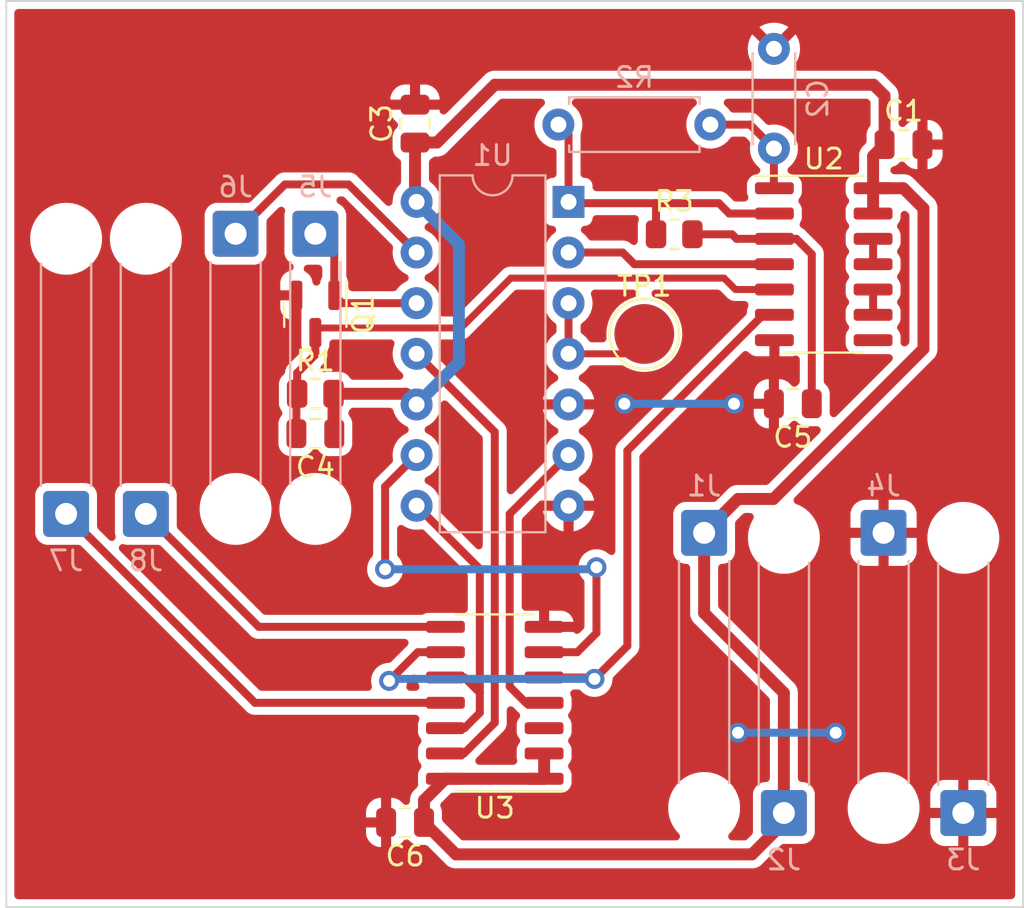
<source format=kicad_pcb>
(kicad_pcb (version 20211014) (generator pcbnew)
  (layers (0 "F.Cu" signal) (31 "B.Cu" signal) (34 "B.Paste" user) (35 "F.Paste" user) (36 "B.SilkS" user "B.Silkscreen") (37 "F.SilkS" user "F.Silkscreen") (38 "B.Mask" user) (39 "F.Mask" user) (44 "Edge.Cuts" user))
  (net 0 "")
  (net 1 "VCC")
  (net 2 "GND")
  (net 3 "Net-(C2-Pad1)")
  (net 4 "Net-(C4-Pad2)")
  (net 5 "Net-(C5-Pad1)")
  (net 6 "/sck_tx")
  (net 7 "/mosi_tx")
  (net 8 "/driver_in")
  (net 9 "/driver_ena")
  (net 10 "Net-(R2-Pad2)")
  (net 11 "/nlp")
  (net 12 "Net-(U1-Pad2)")
  (net 13 "/~{nlp}")
  (net 14 "Net-(U1-Pad8)")
  (net 15 "Net-(U1-Pad9)")
  (net 16 "/xor_tx")
  (net 17 "/tx_ena")
  (net 19 "Net-(U2-Pad10)")
  (net 20 "Net-(U2-Pad11)")
  (footprint "Package_SO:SOIC-14_3.9x8.7mm_P1.27mm" (layer "F.Cu") (at 103.5 127 180)
    (fp_text reference "U3" (at 0 -5.28) (layer "F.SilkS"))
    (fp_text value "74HC32")
    (fp_line (start 0 -4.435) (end -3.45 -4.435) (layer "F.SilkS") (width 0.12))
    (fp_line (start 0 4.435) (end 1.95 4.435) (layer "F.SilkS") (width 0.12))
    (fp_line (start 0 -4.435) (end 1.95 -4.435) (layer "F.SilkS") (width 0.12))
    (fp_line (start 0 4.435) (end -1.95 4.435) (layer "F.SilkS") (width 0.12))
    (pad "1" smd roundrect (at -2.475 -3.81 180) (size 1.95 0.6) (layers "F.Cu" "F.Paste" "F.Mask") (net 1 "VCC"))
    (pad "2" smd roundrect (at -2.475 -2.54 180) (size 1.95 0.6) (layers "F.Cu" "F.Paste" "F.Mask") (net 1 "VCC"))
    (pad "3" smd roundrect (at -2.475 -1.27 180) (size 1.95 0.6) (layers "F.Cu" "F.Paste" "F.Mask"))
    (pad "4" smd roundrect (at -2.475 0 180) (size 1.95 0.6) (layers "F.Cu" "F.Paste" "F.Mask") (net 13 "/~{nlp}"))
    (pad "5" smd roundrect (at -2.475 1.27 180) (size 1.95 0.6) (layers "F.Cu" "F.Paste" "F.Mask") (net 17 "/tx_ena"))
    (pad "6" smd roundrect (at -2.475 2.54 180) (size 1.95 0.6) (layers "F.Cu" "F.Paste" "F.Mask") (net 15 "Net-(U1-Pad9)"))
    (pad "7" smd roundrect (at -2.475 3.81 180) (size 1.95 0.6) (layers "F.Cu" "F.Paste" "F.Mask") (net 2 "GND"))
    (pad "8" smd roundrect (at 2.475 3.81 180) (size 1.95 0.6) (layers "F.Cu" "F.Paste" "F.Mask") (net 9 "/driver_ena"))
    (pad "9" smd roundrect (at 2.475 2.54 180) (size 1.95 0.6) (layers "F.Cu" "F.Paste" "F.Mask") (net 17 "/tx_ena"))
    (pad "10" smd roundrect (at 2.475 1.27 180) (size 1.95 0.6) (layers "F.Cu" "F.Paste" "F.Mask") (net 14 "Net-(U1-Pad8)"))
    (pad "11" smd roundrect (at 2.475 0 180) (size 1.95 0.6) (layers "F.Cu" "F.Paste" "F.Mask") (net 8 "/driver_in"))
    (pad "12" smd roundrect (at 2.475 -1.27 180) (size 1.95 0.6) (layers "F.Cu" "F.Paste" "F.Mask") (net 14 "Net-(U1-Pad8)"))
    (pad "13" smd roundrect (at 2.475 -2.54 180) (size 1.95 0.6) (layers "F.Cu" "F.Paste" "F.Mask") (net 16 "/xor_tx"))
    (pad "14" smd roundrect (at 2.475 -3.81 180) (size 1.95 0.6) (layers "F.Cu" "F.Paste" "F.Mask") (net 1 "VCC"))
  )
  (footprint "Package_SO:SOIC-14_3.9x8.7mm_P1.27mm" (layer "F.Cu") (at 120 105)
    (fp_text reference "U2" (at 0 -5.28) (layer "F.SilkS"))
    (fp_text value "74HC14")
    (fp_line (start 0 4.435) (end 1.95 4.435) (layer "F.SilkS") (width 0.12))
    (fp_line (start 0 -4.435) (end 1.95 -4.435) (layer "F.SilkS") (width 0.12))
    (fp_line (start 0 4.435) (end -1.95 4.435) (layer "F.SilkS") (width 0.12))
    (fp_line (start 0 -4.435) (end -3.45 -4.435) (layer "F.SilkS") (width 0.12))
    (pad "1" smd roundrect (at -2.475 -3.81) (size 1.95 0.6) (layers "F.Cu" "F.Paste" "F.Mask") (net 3 "Net-(C2-Pad1)"))
    (pad "2" smd roundrect (at -2.475 -2.54) (size 1.95 0.6) (layers "F.Cu" "F.Paste" "F.Mask") (net 10 "Net-(R2-Pad2)"))
    (pad "3" smd roundrect (at -2.475 -1.27) (size 1.95 0.6) (layers "F.Cu" "F.Paste" "F.Mask") (net 5 "Net-(C5-Pad1)"))
    (pad "4" smd roundrect (at -2.475 0) (size 1.95 0.6) (layers "F.Cu" "F.Paste" "F.Mask") (net 12 "Net-(U1-Pad2)"))
    (pad "5" smd roundrect (at -2.475 1.27) (size 1.95 0.6) (layers "F.Cu" "F.Paste" "F.Mask") (net 4 "Net-(C4-Pad2)"))
    (pad "6" smd roundrect (at -2.475 2.54) (size 1.95 0.6) (layers "F.Cu" "F.Paste" "F.Mask") (net 17 "/tx_ena"))
    (pad "7" smd roundrect (at -2.475 3.81) (size 1.95 0.6) (layers "F.Cu" "F.Paste" "F.Mask") (net 2 "GND"))
    (pad "8" smd roundrect (at 2.475 3.81) (size 1.95 0.6) (layers "F.Cu" "F.Paste" "F.Mask"))
    (pad "9" smd roundrect (at 2.475 2.54) (size 1.95 0.6) (layers "F.Cu" "F.Paste" "F.Mask") (net 19 "Net-(U2-Pad10)"))
    (pad "10" smd roundrect (at 2.475 1.27) (size 1.95 0.6) (layers "F.Cu" "F.Paste" "F.Mask") (net 19 "Net-(U2-Pad10)"))
    (pad "11" smd roundrect (at 2.475 0) (size 1.95 0.6) (layers "F.Cu" "F.Paste" "F.Mask") (net 20 "Net-(U2-Pad11)"))
    (pad "12" smd roundrect (at 2.475 -1.27) (size 1.95 0.6) (layers "F.Cu" "F.Paste" "F.Mask") (net 20 "Net-(U2-Pad11)"))
    (pad "13" smd roundrect (at 2.475 -2.54) (size 1.95 0.6) (layers "F.Cu" "F.Paste" "F.Mask") (net 1 "VCC"))
    (pad "14" smd roundrect (at 2.475 -3.81) (size 1.95 0.6) (layers "F.Cu" "F.Paste" "F.Mask") (net 1 "VCC"))
  )
  (footprint "Resistor_SMD:R_0805_2012Metric" (layer "F.Cu") (at 94.5 111.5)
    (fp_text reference "R1" (at 0 -1.65) (layer "F.SilkS"))
    (fp_text value "560")
    (fp_line (start -0.227064 -0.735) (end 0.227064 -0.735) (layer "F.SilkS") (width 0.12))
    (fp_line (start -0.227064 0.735) (end 0.227064 0.735) (layer "F.SilkS") (width 0.12))
    (pad "1" smd roundrect (at -0.9125 0) (size 1.025 1.4) (layers "F.Cu" "F.Paste" "F.Mask") (roundrect_rratio 0.243902439) (net 4 "Net-(C4-Pad2)"))
    (pad "2" smd roundrect (at 0.9125 0) (size 1.025 1.4) (layers "F.Cu" "F.Paste" "F.Mask") (roundrect_rratio 0.243902439) (net 1 "VCC"))
  )
  (footprint "TestPoint:TestPoint_Pad_D3.0mm" (layer "F.Cu") (at 111 108.5)
    (fp_text reference "TP1" (at 0 -2.398) (layer "F.SilkS"))
    (fp_text value "nlp")
    (fp_circle (center 0 0) (end 0 1.75) (layer "F.SilkS") (width 0.12) (fill none))
    (pad "1" smd circle (at 0 0) (size 3 3) (layers "F.Cu" "F.Mask") (net 11 "/nlp"))
  )
  (footprint "Capacitor_SMD:C_0805_2012Metric" (layer "F.Cu") (at 124 99)
    (fp_text reference "C1" (at 0 -1.68) (layer "F.SilkS"))
    (fp_text value "0.1")
    (fp_line (start -0.261252 0.735) (end 0.261252 0.735) (layer "F.SilkS") (width 0.12))
    (fp_line (start -0.261252 -0.735) (end 0.261252 -0.735) (layer "F.SilkS") (width 0.12))
    (pad "1" smd roundrect (at -0.95 0) (size 1 1.45) (layers "F.Cu" "F.Paste" "F.Mask") (net 1 "VCC"))
    (pad "2" smd roundrect (at 0.95 0) (size 1 1.45) (layers "F.Cu" "F.Paste" "F.Mask") (net 2 "GND"))
  )
  (footprint "Capacitor_SMD:C_0805_2012Metric" (layer "F.Cu") (at 99 133 180)
    (fp_text reference "C6" (at 0 -1.68) (layer "F.SilkS"))
    (fp_text value "0.1")
    (fp_line (start -0.261252 0.735) (end 0.261252 0.735) (layer "F.SilkS") (width 0.12))
    (fp_line (start -0.261252 -0.735) (end 0.261252 -0.735) (layer "F.SilkS") (width 0.12))
    (pad "1" smd roundrect (at -0.95 0 180) (size 1 1.45) (layers "F.Cu" "F.Paste" "F.Mask") (net 1 "VCC"))
    (pad "2" smd roundrect (at 0.95 0 180) (size 1 1.45) (layers "F.Cu" "F.Paste" "F.Mask") (net 2 "GND"))
  )
  (footprint "Resistor_SMD:R_0805_2012Metric" (layer "F.Cu") (at 112.5 103.5)
    (fp_text reference "R3" (at 0 -1.65) (layer "F.SilkS"))
    (fp_text value "560")
    (fp_line (start -0.227064 -0.735) (end 0.227064 -0.735) (layer "F.SilkS") (width 0.12))
    (fp_line (start -0.227064 0.735) (end 0.227064 0.735) (layer "F.SilkS") (width 0.12))
    (pad "1" smd roundrect (at -0.9125 0) (size 1.025 1.4) (layers "F.Cu" "F.Paste" "F.Mask") (roundrect_rratio 0.243902439) (net 10 "Net-(R2-Pad2)"))
    (pad "2" smd roundrect (at 0.9125 0) (size 1.025 1.4) (layers "F.Cu" "F.Paste" "F.Mask") (roundrect_rratio 0.243902439) (net 5 "Net-(C5-Pad1)"))
  )
  (footprint "Package_TO_SOT_SMD:SOT-23" (layer "F.Cu") (at 94.5 107.5 -90)
    (fp_text reference "Q1" (at 0 -2.4 90) (layer "F.SilkS"))
    (fp_text value "2N7002")
    (fp_line (start 0 1.56) (end -0.65 1.56) (layer "F.SilkS") (width 0.12))
    (fp_line (start 0 -1.56) (end 0.65 -1.56) (layer "F.SilkS") (width 0.12))
    (fp_line (start 0 1.56) (end 0.65 1.56) (layer "F.SilkS") (width 0.12))
    (fp_line (start 0 -1.56) (end -1.675 -1.56) (layer "F.SilkS") (width 0.12))
    (pad "1" smd roundrect (at -0.9375 -0.95 270) (size 1.475 0.6) (layers "F.Cu" "F.Paste" "F.Mask") (net 6 "/sck_tx"))
    (pad "2" smd roundrect (at -0.9375 0.95 270) (size 1.475 0.6) (layers "F.Cu" "F.Paste" "F.Mask") (net 2 "GND"))
    (pad "3" smd roundrect (at 0.9375 0 270) (size 1.475 0.6) (layers "F.Cu" "F.Paste" "F.Mask") (net 4 "Net-(C4-Pad2)"))
  )
  (footprint "Capacitor_SMD:C_0805_2012Metric" (layer "F.Cu") (at 99.5 97.95 90)
    (fp_text reference "C3" (at 0 -1.68 90) (layer "F.SilkS"))
    (fp_text value "0.1")
    (fp_line (start -0.261252 -0.735) (end 0.261252 -0.735) (layer "F.SilkS") (width 0.12))
    (fp_line (start -0.261252 0.735) (end 0.261252 0.735) (layer "F.SilkS") (width 0.12))
    (pad "1" smd roundrect (at -0.95 0 90) (size 1 1.45) (layers "F.Cu" "F.Paste" "F.Mask") (net 1 "VCC"))
    (pad "2" smd roundrect (at 0.95 0 90) (size 1 1.45) (layers "F.Cu" "F.Paste" "F.Mask") (net 2 "GND"))
  )
  (footprint "Capacitor_SMD:C_0805_2012Metric" (layer "F.Cu") (at 94.5 113.5 180)
    (fp_text reference "C4" (at 0 -1.68) (layer "F.SilkS"))
    (fp_text value "200")
    (fp_line (start -0.261252 0.735) (end 0.261252 0.735) (layer "F.SilkS") (width 0.12))
    (fp_line (start -0.261252 -0.735) (end 0.261252 -0.735) (layer "F.SilkS") (width 0.12))
    (pad "1" smd roundrect (at -0.95 0 180) (size 1 1.45) (layers "F.Cu" "F.Paste" "F.Mask") (net 1 "VCC"))
    (pad "2" smd roundrect (at 0.95 0 180) (size 1 1.45) (layers "F.Cu" "F.Paste" "F.Mask") (net 4 "Net-(C4-Pad2)"))
  )
  (footprint "Capacitor_SMD:C_0805_2012Metric" (layer "F.Cu") (at 118.45 112 180)
    (fp_text reference "C5" (at 0 -1.68) (layer "F.SilkS"))
    (fp_text value "200")
    (fp_line (start -0.261252 -0.735) (end 0.261252 -0.735) (layer "F.SilkS") (width 0.12))
    (fp_line (start -0.261252 0.735) (end 0.261252 0.735) (layer "F.SilkS") (width 0.12))
    (pad "1" smd roundrect (at -0.95 0 180) (size 1 1.45) (layers "F.Cu" "F.Paste" "F.Mask") (net 5 "Net-(C5-Pad1)"))
    (pad "2" smd roundrect (at 0.95 0 180) (size 1 1.45) (layers "F.Cu" "F.Paste" "F.Mask") (net 2 "GND"))
  )
  (footprint "Connector_Wire:SolderWire-0.5sqmm_1x01_D0.9mm_OD2.3mm_Relief" (layer "B.Cu") (at 86 117.525)
    (fp_text reference "J8" (at 0 2.35) (layer "B.SilkS") (effects (justify mirror)))
    (fp_text value "driver_ena")
    (fp_line (start 1.26 -1.41) (end 1.26 -12.54) (layer "B.SilkS") (width 0.12))
    (fp_line (start -1.26 -1.41) (end -1.26 -12.54) (layer "B.SilkS") (width 0.12))
    (pad "" np_thru_hole circle (at 0 -13.8) (size 2.8 2.8) (drill 2.8) (layers *.Cu *.Mask))
    (pad "1" thru_hole roundrect (at 0 0) (size 2.3 2.3) (drill 1.1) (layers *.Cu *.Mask) (roundrect_rratio 0.108696087) (net 9 "/driver_ena"))
  )
  (footprint "Connector_Wire:SolderWire-0.5sqmm_1x01_D0.9mm_OD2.3mm_Relief" (layer "B.Cu") (at 118 132.525)
    (fp_text reference "J2" (at 0 2.35) (layer "B.SilkS") (effects (justify mirror)))
    (fp_text value "VCC")
    (fp_line (start -1.26 -1.41) (end -1.26 -12.54) (layer "B.SilkS") (width 0.12))
    (fp_line (start 1.26 -1.41) (end 1.26 -12.54) (layer "B.SilkS") (width 0.12))
    (pad "" np_thru_hole circle (at 0 -13.8) (size 2.8 2.8) (drill 2.8) (layers *.Cu *.Mask))
    (pad "1" thru_hole roundrect (at 0 0) (size 2.3 2.3) (drill 1.1) (layers *.Cu *.Mask) (roundrect_rratio 0.108696087) (net 1 "VCC"))
  )
  (footprint "Connector_Wire:SolderWire-0.5sqmm_1x01_D0.9mm_OD2.3mm_Relief" (layer "B.Cu") (at 82 117.525)
    (fp_text reference "J7" (at 0 2.35) (layer "B.SilkS") (effects (justify mirror)))
    (fp_text value "driver_in")
    (fp_line (start -1.26 -1.41) (end -1.26 -12.54) (layer "B.SilkS") (width 0.12))
    (fp_line (start 1.26 -1.41) (end 1.26 -12.54) (layer "B.SilkS") (width 0.12))
    (pad "" np_thru_hole circle (at 0 -13.8) (size 2.8 2.8) (drill 2.8) (layers *.Cu *.Mask))
    (pad "1" thru_hole roundrect (at 0 0) (size 2.3 2.3) (drill 1.1) (layers *.Cu *.Mask) (roundrect_rratio 0.108696087) (net 8 "/driver_in"))
  )
  (footprint "Package_DIP:DIP-14_W7.62mm" (layer "B.Cu") (at 107.2 101.875 180)
    (fp_text reference "U1" (at 3.81 2.33) (layer "B.SilkS") (effects (justify mirror)))
    (fp_text value "74HCT86")
    (fp_line (start 2.81 1.33) (end 1.16 1.33) (layer "B.SilkS") (width 0.12))
    (fp_line (start 6.46 -16.57) (end 6.46 1.33) (layer "B.SilkS") (width 0.12))
    (fp_line (start 1.16 -16.57) (end 6.46 -16.57) (layer "B.SilkS") (width 0.12))
    (fp_line (start 6.46 1.33) (end 4.81 1.33) (layer "B.SilkS") (width 0.12))
    (fp_line (start 1.16 1.33) (end 1.16 -16.57) (layer "B.SilkS") (width 0.12))
    (fp_arc (start 2.81 1.33) (mid 3.81 0.33) (end 4.81 1.33) (layer "B.SilkS") (width 0.12))
    (pad "1" thru_hole rect (at 0 0 180) (size 1.6 1.6) (drill 0.8) (layers *.Cu *.Mask) (net 10 "Net-(R2-Pad2)"))
    (pad "2" thru_hole oval (at 0 -2.54 180) (size 1.6 1.6) (drill 0.8) (layers *.Cu *.Mask) (net 12 "Net-(U1-Pad2)"))
    (pad "3" thru_hole oval (at 0 -5.08 180) (size 1.6 1.6) (drill 0.8) (layers *.Cu *.Mask) (net 11 "/nlp"))
    (pad "4" thru_hole oval (at 0 -7.62 180) (size 1.6 1.6) (drill 0.8) (layers *.Cu *.Mask) (net 11 "/nlp"))
    (pad "5" thru_hole oval (at 0 -10.16 180) (size 1.6 1.6) (drill 0.8) (layers *.Cu *.Mask) (net 2 "GND"))
    (pad "6" thru_hole oval (at 0 -12.7 180) (size 1.6 1.6) (drill 0.8) (layers *.Cu *.Mask) (net 13 "/~{nlp}"))
    (pad "7" thru_hole oval (at 0 -15.24 180) (size 1.6 1.6) (drill 0.8) (layers *.Cu *.Mask) (net 2 "GND"))
    (pad "8" thru_hole oval (at 7.62 -15.24 180) (size 1.6 1.6) (drill 0.8) (layers *.Cu *.Mask) (net 14 "Net-(U1-Pad8)"))
    (pad "9" thru_hole oval (at 7.62 -12.7 180) (size 1.6 1.6) (drill 0.8) (layers *.Cu *.Mask) (net 15 "Net-(U1-Pad9)"))
    (pad "10" thru_hole oval (at 7.62 -10.16 180) (size 1.6 1.6) (drill 0.8) (layers *.Cu *.Mask) (net 1 "VCC"))
    (pad "11" thru_hole oval (at 7.62 -7.62 180) (size 1.6 1.6) (drill 0.8) (layers *.Cu *.Mask) (net 16 "/xor_tx"))
    (pad "12" thru_hole oval (at 7.62 -5.08 180) (size 1.6 1.6) (drill 0.8) (layers *.Cu *.Mask) (net 6 "/sck_tx"))
    (pad "13" thru_hole oval (at 7.62 -2.54 180) (size 1.6 1.6) (drill 0.8) (layers *.Cu *.Mask) (net 7 "/mosi_tx"))
    (pad "14" thru_hole oval (at 7.62 0 180) (size 1.6 1.6) (drill 0.8) (layers *.Cu *.Mask) (net 1 "VCC"))
  )
  (footprint "Connector_Wire:SolderWire-0.5sqmm_1x01_D0.9mm_OD2.3mm_Relief" (layer "B.Cu") (at 123 118.475 180)
    (fp_text reference "J4" (at 0 2.35) (layer "B.SilkS") (effects (justify mirror)))
    (fp_text value "GND")
    (fp_line (start -1.26 -1.41) (end -1.26 -12.54) (layer "B.SilkS") (width 0.12))
    (fp_line (start 1.26 -1.41) (end 1.26 -12.54) (layer "B.SilkS") (width 0.12))
    (pad "" np_thru_hole circle (at 0 -13.8 180) (size 2.8 2.8) (drill 2.8) (layers *.Cu *.Mask))
    (pad "1" thru_hole roundrect (at 0 0 180) (size 2.3 2.3) (drill 1.1) (layers *.Cu *.Mask) (roundrect_rratio 0.108696087) (net 2 "GND"))
  )
  (footprint "Resistor_THT:R_Axial_DIN0207_L6.3mm_D2.5mm_P7.62mm_Horizontal" (layer "B.Cu") (at 114.31 98 180)
    (fp_text reference "R2" (at 3.81 2.37) (layer "B.SilkS") (effects (justify mirror)))
    (fp_text value "500k")
    (fp_line (start 0.54 1.37) (end 7.08 1.37) (layer "B.SilkS") (width 0.12))
    (fp_line (start 0.54 1.04) (end 0.54 1.37) (layer "B.SilkS") (width 0.12))
    (fp_line (start 0.54 -1.37) (end 7.08 -1.37) (layer "B.SilkS") (width 0.12))
    (fp_line (start 0.54 -1.04) (end 0.54 -1.37) (layer "B.SilkS") (width 0.12))
    (fp_line (start 7.08 1.37) (end 7.08 1.04) (layer "B.SilkS") (width 0.12))
    (fp_line (start 7.08 -1.37) (end 7.08 -1.04) (layer "B.SilkS") (width 0.12))
    (pad "1" thru_hole circle (at 0 0 180) (size 1.6 1.6) (drill 0.8) (layers *.Cu *.Mask) (net 3 "Net-(C2-Pad1)"))
    (pad "2" thru_hole oval (at 7.62 0 180) (size 1.6 1.6) (drill 0.8) (layers *.Cu *.Mask) (net 10 "Net-(R2-Pad2)"))
  )
  (footprint "Connector_Wire:SolderWire-0.5sqmm_1x01_D0.9mm_OD2.3mm_Relief" (layer "B.Cu") (at 90.5 103.475 180)
    (fp_text reference "J6" (at 0 2.35) (layer "B.SilkS") (effects (justify mirror)))
    (fp_text value "mosi_tx")
    (fp_line (start 1.26 -1.41) (end 1.26 -12.54) (layer "B.SilkS") (width 0.12))
    (fp_line (start -1.26 -1.41) (end -1.26 -12.54) (layer "B.SilkS") (width 0.12))
    (pad "" np_thru_hole circle (at 0 -13.8 180) (size 2.8 2.8) (drill 2.8) (layers *.Cu *.Mask))
    (pad "1" thru_hole roundrect (at 0 0 180) (size 2.3 2.3) (drill 1.1) (layers *.Cu *.Mask) (roundrect_rratio 0.108696087) (net 7 "/mosi_tx"))
  )
  (footprint "Connector_Wire:SolderWire-0.5sqmm_1x01_D0.9mm_OD2.3mm_Relief" (layer "B.Cu") (at 94.5 103.475 180)
    (fp_text reference "J5" (at 0 2.35) (layer "B.SilkS") (effects (justify mirror)))
    (fp_text value "sck_tx")
    (fp_line (start 1.26 -1.41) (end 1.26 -12.54) (layer "B.SilkS") (width 0.12))
    (fp_line (start -1.26 -1.41) (end -1.26 -12.54) (layer "B.SilkS") (width 0.12))
    (pad "" np_thru_hole circle (at 0 -13.8 180) (size 2.8 2.8) (drill 2.8) (layers *.Cu *.Mask))
    (pad "1" thru_hole roundrect (at 0 0 180) (size 2.3 2.3) (drill 1.1) (layers *.Cu *.Mask) (roundrect_rratio 0.108696087) (net 6 "/sck_tx"))
  )
  (footprint "Capacitor_THT:C_Disc_D4.3mm_W1.9mm_P5.00mm" (layer "B.Cu") (at 117.5 99.2 90)
    (fp_text reference "C2" (at 2.5 2.2 90) (layer "B.SilkS") (effects (justify mirror)))
    (fp_text value "0.1")
    (fp_line (start 0.23 -1.055) (end 0.23 -1.07) (layer "B.SilkS") (width 0.12))
    (fp_line (start 4.77 1.07) (end 4.77 1.055) (layer "B.SilkS") (width 0.12))
    (fp_line (start 4.77 -1.055) (end 4.77 -1.07) (layer "B.SilkS") (width 0.12))
    (fp_line (start 0.23 1.07) (end 0.23 1.055) (layer "B.SilkS") (width 0.12))
    (fp_line (start 0.23 1.07) (end 4.77 1.07) (layer "B.SilkS") (width 0.12))
    (fp_line (start 0.23 -1.07) (end 4.77 -1.07) (layer "B.SilkS") (width 0.12))
    (pad "1" thru_hole circle (at 0 0 90) (size 1.6 1.6) (drill 0.8) (layers *.Cu *.Mask) (net 3 "Net-(C2-Pad1)"))
    (pad "2" thru_hole circle (at 5 0 90) (size 1.6 1.6) (drill 0.8) (layers *.Cu *.Mask) (net 2 "GND"))
  )
  (footprint "Connector_Wire:SolderWire-0.5sqmm_1x01_D0.9mm_OD2.3mm_Relief" (layer "B.Cu") (at 114 118.475 180)
    (fp_text reference "J1" (at 0 2.35) (layer "B.SilkS") (effects (justify mirror)))
    (fp_text value "VCC")
    (fp_line (start -1.26 -1.41) (end -1.26 -12.54) (layer "B.SilkS") (width 0.12))
    (fp_line (start 1.26 -1.41) (end 1.26 -12.54) (layer "B.SilkS") (width 0.12))
    (pad "" np_thru_hole circle (at 0 -13.8 180) (size 2.8 2.8) (drill 2.8) (layers *.Cu *.Mask))
    (pad "1" thru_hole roundrect (at 0 0 180) (size 2.3 2.3) (drill 1.1) (layers *.Cu *.Mask) (roundrect_rratio 0.108696087) (net 1 "VCC"))
  )
  (footprint "Connector_Wire:SolderWire-0.5sqmm_1x01_D0.9mm_OD2.3mm_Relief" (layer "B.Cu") (at 127 132.525)
    (fp_text reference "J3" (at 0 2.35) (layer "B.SilkS") (effects (justify mirror)))
    (fp_text value "GND")
    (fp_line (start 1.26 -1.41) (end 1.26 -12.54) (layer "B.SilkS") (width 0.12))
    (fp_line (start -1.26 -1.41) (end -1.26 -12.54) (layer "B.SilkS") (width 0.12))
    (pad "" np_thru_hole circle (at 0 -13.8) (size 2.8 2.8) (drill 2.8) (layers *.Cu *.Mask))
    (pad "1" thru_hole roundrect (at 0 0) (size 2.3 2.3) (drill 1.1) (layers *.Cu *.Mask) (roundrect_rratio 0.108696087) (net 2 "GND"))
  )
  (gr_rect (start 130 137.25) (end 79 91.8) (layer "Edge.Cuts") (width 0.1) (fill none))
  (segment (start 105.975 130.81) (end 103.19 130.81) (width 0.6) (layer "F.Cu") (net 1))
  (segment (start 123.99 101.19) (end 122.475 101.19) (width 0.6) (layer "F.Cu") (net 1))
  (segment (start 99.95 131.885) (end 101.025 130.81) (width 0.6) (layer "F.Cu") (net 1))
  (segment (start 122.475 101.19) (end 122.475 99.575) (width 0.6) (layer "F.Cu") (net 1))
  (segment (start 95.4125 111.5) (end 95.4125 113.4625) (width 0.6) (layer "F.Cu") (net 1))
  (segment (start 99.5 101.795) (end 99.58 101.875) (width 0.6) (layer "F.Cu") (net 1))
  (segment (start 125 102.2) (end 123.99 101.19) (width 0.6) (layer "F.Cu") (net 1))
  (segment (start 122.5 96) (end 103.5 96) (width 0.6) (layer "F.Cu") (net 1))
  (segment (start 95.4125 113.4625) (end 95.45 113.5) (width 0.6) (layer "F.Cu") (net 1))
  (segment (start 114 118.475) (end 115.700001 116.774999) (width 0.6) (layer "F.Cu") (net 1))
  (segment (start 118 126.5) (end 114 122.5) (width 0.6) (layer "F.Cu") (net 1))
  (segment (start 100.6 98.9) (end 99.5 98.9) (width 0.6) (layer "F.Cu") (net 1))
  (segment (start 123.05 99) (end 123.05 96.55) (width 0.6) (layer "F.Cu") (net 1))
  (segment (start 103.5 96) (end 100.6 98.9) (width 0.6) (layer "F.Cu") (net 1))
  (segment (start 101.025 130.81) (end 103.19 130.81) (width 0.6) (layer "F.Cu") (net 1))
  (segment (start 105.975 129.54) (end 105.975 130.81) (width 0.6) (layer "F.Cu") (net 1))
  (segment (start 95.4125 111.5) (end 99.045 111.5) (width 0.6) (layer "F.Cu") (net 1))
  (segment (start 99.95 133) (end 99.95 131.885) (width 0.6) (layer "F.Cu") (net 1))
  (segment (start 118 132.525) (end 118 133) (width 0.6) (layer "F.Cu") (net 1))
  (segment (start 99.045 111.5) (end 99.58 112.035) (width 0.6) (layer "F.Cu") (net 1))
  (segment (start 123.05 96.55) (end 122.5 96) (width 0.6) (layer "F.Cu") (net 1))
  (segment (start 122.475 99.575) (end 123.05 99) (width 0.6) (layer "F.Cu") (net 1))
  (segment (start 99.5 98.9) (end 99.5 101.795) (width 0.6) (layer "F.Cu") (net 1))
  (segment (start 101.55 134.6) (end 99.95 133) (width 0.6) (layer "F.Cu") (net 1))
  (segment (start 118 133) (end 116.4 134.6) (width 0.6) (layer "F.Cu") (net 1))
  (segment (start 118 132.525) (end 118 126.5) (width 0.6) (layer "F.Cu") (net 1))
  (segment (start 117.475001 116.774999) (end 125 109.25) (width 0.6) (layer "F.Cu") (net 1))
  (segment (start 115.700001 116.774999) (end 117.475001 116.774999) (width 0.6) (layer "F.Cu") (net 1))
  (segment (start 114 122.5) (end 114 118.475) (width 0.6) (layer "F.Cu") (net 1))
  (segment (start 116.4 134.6) (end 101.55 134.6) (width 0.6) (layer "F.Cu") (net 1))
  (segment (start 125 109.25) (end 125 102.2) (width 0.6) (layer "F.Cu") (net 1))
  (segment (start 122.475 102.46) (end 122.475 101.19) (width 0.6) (layer "F.Cu") (net 1))
  (segment (start 101.7 109.915) (end 101.7 103.995) (width 0.6) (layer "B.Cu") (net 1))
  (segment (start 114 118.475) (end 113.64 118.475) (width 0.6) (layer "B.Cu") (net 1))
  (segment (start 99.58 112.035) (end 101.7 109.915) (width 0.6) (layer "B.Cu") (net 1))
  (segment (start 101.7 103.995) (end 99.58 101.875) (width 0.6) (layer "B.Cu") (net 1))
  (segment (start 117.5 112) (end 115.5 112) (width 0.4) (layer "F.Cu") (net 2))
  (segment (start 123 126.1) (end 120.6 128.5) (width 0.4) (layer "F.Cu") (net 2))
  (segment (start 123 118.475) (end 123 126.1) (width 0.4) (layer "F.Cu") (net 2))
  (via (at 115.5 112) (size 1) (drill 0.6) (layers "F.Cu" "B.Cu") (net 2))
  (via (at 115.7 128.5) (size 1) (drill 0.6) (layers "F.Cu" "B.Cu") (net 2))
  (via (at 110 112) (size 1) (drill 0.6) (layers "F.Cu" "B.Cu") (net 2))
  (via (at 120.6 128.5) (size 1) (drill 0.6) (layers "F.Cu" "B.Cu") (net 2))
  (segment (start 120.6 128.5) (end 115.7 128.5) (width 0.4) (layer "B.Cu") (net 2))
  (segment (start 115.5 112) (end 110 112) (width 0.4) (layer "B.Cu") (net 2))
  (segment (start 117.5 99.2) (end 117.5 101.165) (width 0.4) (layer "F.Cu") (net 3))
  (segment (start 114.31 98) (end 116.3 98) (width 0.4) (layer "F.Cu") (net 3))
  (segment (start 116.3 98) (end 117.5 99.2) (width 0.4) (layer "F.Cu") (net 3))
  (segment (start 117.5 101.165) (end 117.525 101.19) (width 0.4) (layer "F.Cu") (net 3))
  (segment (start 104.3 105.7) (end 101.8 108.2) (width 0.35) (layer "F.Cu") (net 4))
  (segment (start 115.57 106.27) (end 115 105.7) (width 0.35) (layer "F.Cu") (net 4))
  (segment (start 117.525 106.27) (end 115.57 106.27) (width 0.35) (layer "F.Cu") (net 4))
  (segment (start 93.55 113.5) (end 93.55 111.5375) (width 0.4) (layer "F.Cu") (net 4))
  (segment (start 115 105.7) (end 104.3 105.7) (width 0.35) (layer "F.Cu") (net 4))
  (segment (start 93.5875 110.45625) (end 93.5875 111.5) (width 0.4) (layer "F.Cu") (net 4))
  (segment (start 93.55 111.5375) (end 93.5875 111.5) (width 0.4) (layer "F.Cu") (net 4))
  (segment (start 94.5 108.4375) (end 94.5 109.54375) (width 0.4) (layer "F.Cu") (net 4))
  (segment (start 94.7375 108.2) (end 94.5 108.4375) (width 0.35) (layer "F.Cu") (net 4))
  (segment (start 94.5 109.54375) (end 93.5875 110.45625) (width 0.4) (layer "F.Cu") (net 4))
  (segment (start 101.8 108.2) (end 94.7375 108.2) (width 0.35) (layer "F.Cu") (net 4))
  (segment (start 115.63 103.73) (end 117.525 103.73) (width 0.4) (layer "F.Cu") (net 5))
  (segment (start 118.63 103.73) (end 119.4 104.5) (width 0.4) (layer "F.Cu") (net 5))
  (segment (start 117.525 103.73) (end 118.63 103.73) (width 0.4) (layer "F.Cu") (net 5))
  (segment (start 119.4 104.5) (end 119.4 112) (width 0.4) (layer "F.Cu") (net 5))
  (segment (start 113.4125 103.5) (end 115.4 103.5) (width 0.4) (layer "F.Cu") (net 5))
  (segment (start 115.4 103.5) (end 115.63 103.73) (width 0.4) (layer "F.Cu") (net 5))
  (segment (start 95.8425 106.955) (end 99.58 106.955) (width 0.4) (layer "F.Cu") (net 6))
  (segment (start 95.45 104.425) (end 94.5 103.475) (width 0.4) (layer "F.Cu") (net 6))
  (segment (start 95.45 106.5625) (end 95.45 104.425) (width 0.4) (layer "F.Cu") (net 6))
  (segment (start 95.45 106.5625) (end 95.8425 106.955) (width 0.4) (layer "F.Cu") (net 6))
  (segment (start 96.165 101) (end 99.58 104.415) (width 0.4) (layer "F.Cu") (net 7))
  (segment (start 90.5 103.475) (end 92.975 101) (width 0.4) (layer "F.Cu") (net 7))
  (segment (start 92.975 101) (end 96.165 101) (width 0.4) (layer "F.Cu") (net 7))
  (segment (start 91.475 127) (end 82 117.525) (width 0.4) (layer "F.Cu") (net 8))
  (segment (start 101.025 127) (end 91.475 127) (width 0.4) (layer "F.Cu") (net 8))
  (segment (start 91.665 123.19) (end 86 117.525) (width 0.4) (layer "F.Cu") (net 9))
  (segment (start 101.025 123.19) (end 91.665 123.19) (width 0.4) (layer "F.Cu") (net 9))
  (segment (start 115.26 102.46) (end 117.525 102.46) (width 0.4) (layer "F.Cu") (net 10))
  (segment (start 107.265 101.94) (end 111.54 101.94) (width 0.4) (layer "F.Cu") (net 10))
  (segment (start 111.54 101.94) (end 114.74 101.94) (width 0.4) (layer "F.Cu") (net 10))
  (segment (start 114.74 101.94) (end 115.26 102.46) (width 0.4) (layer "F.Cu") (net 10))
  (segment (start 107.2 101.875) (end 107.265 101.94) (width 0.4) (layer "F.Cu") (net 10))
  (segment (start 111.5875 103.5) (end 111.5875 101.9875) (width 0.4) (layer "F.Cu") (net 10))
  (segment (start 107.2 101.875) (end 107.2 98.51) (width 0.4) (layer "F.Cu") (net 10))
  (segment (start 107.2 98.51) (end 106.69 98) (width 0.4) (layer "F.Cu") (net 10))
  (segment (start 111.5875 101.9875) (end 111.54 101.94) (width 0.4) (layer "F.Cu") (net 10))
  (segment (start 107.2 109.495) (end 110.005 109.495) (width 0.35) (layer "F.Cu") (net 11))
  (segment (start 107.2 109.495) (end 107.2 106.955) (width 0.4) (layer "F.Cu") (net 11))
  (segment (start 110.005 109.495) (end 111 108.5) (width 0.35) (layer "F.Cu") (net 11))
  (segment (start 109.915 104.415) (end 110.5 105) (width 0.4) (layer "F.Cu") (net 12))
  (segment (start 107.2 104.415) (end 109.915 104.415) (width 0.4) (layer "F.Cu") (net 12))
  (segment (start 110.5 105) (end 117.525 105) (width 0.4) (layer "F.Cu") (net 12))
  (segment (start 104.25 126.189264) (end 104.25 117.525) (width 0.4) (layer "F.Cu") (net 13))
  (segment (start 105.060736 127) (end 104.25 126.189264) (width 0.4) (layer "F.Cu") (net 13))
  (segment (start 105.975 127) (end 105.060736 127) (width 0.4) (layer "F.Cu") (net 13))
  (segment (start 104.25 117.525) (end 107.2 114.575) (width 0.4) (layer "F.Cu") (net 13))
  (segment (start 102.75 126.5) (end 101.98 125.73) (width 0.4) (layer "F.Cu") (net 14))
  (segment (start 101.98 128.27) (end 102.75 127.5) (width 0.4) (layer "F.Cu") (net 14))
  (segment (start 102.75 127.5) (end 102.75 126.5) (width 0.4) (layer "F.Cu") (net 14))
  (segment (start 101.025 128.27) (end 101.98 128.27) (width 0.4) (layer "F.Cu") (net 14))
  (segment (start 99.58 117.115) (end 102.75 120.285) (width 0.4) (layer "F.Cu") (net 14))
  (segment (start 101.98 125.73) (end 101.025 125.73) (width 0.4) (layer "F.Cu") (net 14))
  (segment (start 102.75 120.285) (end 102.75 126.5) (width 0.4) (layer "F.Cu") (net 14))
  (segment (start 98 116.155) (end 98 120.3) (width 0.4) (layer "F.Cu") (net 15))
  (segment (start 108.6 123.5) (end 107.64 124.46) (width 0.4) (layer "F.Cu") (net 15))
  (segment (start 99.58 114.575) (end 98 116.155) (width 0.4) (layer "F.Cu") (net 15))
  (segment (start 108.6 120.2) (end 108.6 123.5) (width 0.4) (layer "F.Cu") (net 15))
  (segment (start 107.64 124.46) (end 105.975 124.46) (width 0.4) (layer "F.Cu") (net 15))
  (via (at 108.6 120.2) (size 1) (drill 0.6) (layers "F.Cu" "B.Cu") (net 15))
  (via (at 98 120.3) (size 1) (drill 0.6) (layers "F.Cu" "B.Cu") (net 15))
  (segment (start 98 120.3) (end 108.5 120.3) (width 0.4) (layer "B.Cu") (net 15))
  (segment (start 108.5 120.3) (end 108.6 120.2) (width 0.4) (layer "B.Cu") (net 15))
  (segment (start 103.5 128) (end 101.96 129.54) (width 0.4) (layer "F.Cu") (net 16))
  (segment (start 103.5 113.415) (end 103.5 128) (width 0.4) (layer "F.Cu") (net 16))
  (segment (start 101.96 129.54) (end 101.025 129.54) (width 0.4) (layer "F.Cu") (net 16))
  (segment (start 99.58 109.495) (end 103.5 113.415) (width 0.4) (layer "F.Cu") (net 16))
  (segment (start 110.15 114.35) (end 116.96 107.54) (width 0.4) (layer "F.Cu") (net 17))
  (segment (start 108.43 125.73) (end 108.5 125.8) (width 0.4) (layer "F.Cu") (net 17))
  (segment (start 99.64 124.46) (end 98.2 125.9) (width 0.4) (layer "F.Cu") (net 17))
  (segment (start 116.96 107.54) (end 117.525 107.54) (width 0.4) (layer "F.Cu") (net 17))
  (segment (start 101.025 124.46) (end 99.64 124.46) (width 0.4) (layer "F.Cu") (net 17))
  (segment (start 108.5 125.8) (end 110.15 124.15) (width 0.4) (layer "F.Cu") (net 17))
  (segment (start 110.15 124.15) (end 110.15 114.35) (width 0.4) (layer "F.Cu") (net 17))
  (segment (start 105.975 125.73) (end 108.43 125.73) (width 0.4) (layer "F.Cu") (net 17))
  (via (at 108.5 125.8) (size 1) (drill 0.6) (layers "F.Cu" "B.Cu") (net 17))
  (via (at 98.2 125.9) (size 1) (drill 0.6) (layers "F.Cu" "B.Cu") (net 17))
  (segment (start 98.3 125.8) (end 98.2 125.9) (width 0.4) (layer "B.Cu") (net 17))
  (segment (start 108.5 125.8) (end 98.3 125.8) (width 0.4) (layer "B.Cu") (net 17))
  (segment (start 122.475 107.54) (end 122.475 106.27) (width 0.4) (layer "F.Cu") (net 19))
  (segment (start 122.475 105) (end 122.475 103.73) (width 0.4) (layer "F.Cu") (net 20))
  (zone (net 2) (net_name "GND") (layer "F.Cu") (connect_pads (clearance 0.4)) (min_thickness 0.4) (fill yes (thermal_gap 0.508) (thermal_bridge_width 0.508) (island_removal_mode 1) (island_area_min 0))
    (polygon (pts (xy 130 137.25) (xy 79 137.25) (xy 79 91.8) (xy 130 91.8)))
  )
)
</source>
